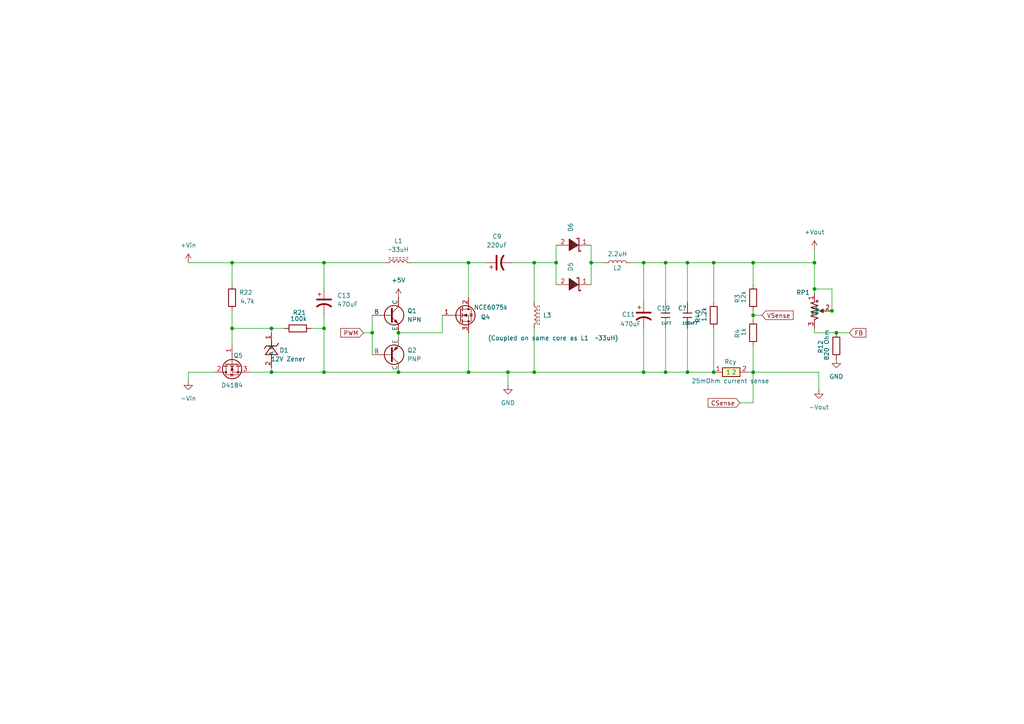
<source format=kicad_sch>
(kicad_sch (version 20250114) (generator "eeschema") (generator_version "9.0")
  (paper "A4")
  (lib_symbols
    (symbol "Device:C_Polarized_US" (pin_numbers (hide yes)) (pin_names (offset 0.254) (hide yes))
      (property "Reference" "C" (at 0.635 2.54 0))
      (property "Value" "C_Polarized_US" (at 0.635 -2.54 0))
      (symbol "C_Polarized_US_0_1"
        (polyline (pts (xy -2.032 0.762) (xy 2.032 0.762)) (stroke (width 0.508)))
        (polyline (pts (xy -1.778 2.286) (xy -0.762 2.286)))
        (polyline (pts (xy -1.27 1.778) (xy -1.27 2.794)))
        (arc (start -2.032 -1.27) (mid 0 -0.5572) (end 2.032 -1.27) (stroke (width 0.508)))
      )
      (symbol "C_Polarized_US_1_1"
        (pin passive line (at 0 3.81 270) (length 2.794) (name "~") (number "1"))
        (pin passive line (at 0 -3.81 90) (length 3.302) (name "~") (number "2"))
      )
    )
    (symbol "Device:L" (pin_numbers (hide yes)) (pin_names (offset 1.016) (hide yes))
      (property "Reference" "L" (at -1.27 0 90))
      (property "Value" "L" (at 1.905 0 90))
      (symbol "L_0_1"
        (arc (start 0 2.54) (mid 0.6323 1.905) (end 0 1.27))
        (arc (start 0 1.27) (mid 0.6323 0.635) (end 0 0))
        (arc (start 0 0) (mid 0.6323 -0.635) (end 0 -1.27))
        (arc (start 0 -1.27) (mid 0.6323 -1.905) (end 0 -2.54))
      )
      (symbol "L_1_1"
        (pin passive line (at 0 3.81 270) (length 1.27) (name "1") (number "1"))
        (pin passive line (at 0 -3.81 90) (length 1.27) (name "2") (number "2"))
      )
    )
    (symbol "Device:L_Ferrite" (pin_numbers (hide yes)) (pin_names (offset 1.016) (hide yes))
      (property "Reference" "L" (at -1.27 0 90))
      (property "Value" "L_Ferrite" (at 2.794 0 90))
      (symbol "L_Ferrite_0_1"
        (arc (start 0 2.54) (mid 0.6323 1.905) (end 0 1.27))
        (arc (start 0 1.27) (mid 0.6323 0.635) (end 0 0))
        (arc (start 0 0) (mid 0.6323 -0.635) (end 0 -1.27))
        (arc (start 0 -1.27) (mid 0.6323 -1.905) (end 0 -2.54))
        (polyline (pts (xy 1.016 2.286) (xy 1.016 2.794)))
        (polyline (pts (xy 1.016 1.27) (xy 1.016 1.778)))
        (polyline (pts (xy 1.016 0.254) (xy 1.016 0.762)))
        (polyline (pts (xy 1.016 -0.762) (xy 1.016 -0.254)))
        (polyline (pts (xy 1.016 -1.778) (xy 1.016 -1.27)))
        (polyline (pts (xy 1.016 -2.794) (xy 1.016 -2.286)))
        (polyline (pts (xy 1.524 2.794) (xy 1.524 2.286)))
        (polyline (pts (xy 1.524 1.778) (xy 1.524 1.27)))
        (polyline (pts (xy 1.524 0.762) (xy 1.524 0.254)))
        (polyline (pts (xy 1.524 -0.254) (xy 1.524 -0.762)))
        (polyline (pts (xy 1.524 -1.27) (xy 1.524 -1.778)))
        (polyline (pts (xy 1.524 -2.286) (xy 1.524 -2.794)))
      )
      (symbol "L_Ferrite_1_1"
        (pin passive line (at 0 3.81 270) (length 1.27) (name "1") (number "1"))
        (pin passive line (at 0 -3.81 90) (length 1.27) (name "2") (number "2"))
      )
    )
    (symbol "Device:R" (pin_numbers (hide yes)) (pin_names (offset 0))
      (property "Reference" "R" (at 2.032 0 90))
      (property "Value" "R" (at 0 0 90))
      (symbol "R_0_1"
        (rectangle (start -1.016 -2.54) (end 1.016 2.54) (stroke (width 0.254)))
      )
      (symbol "R_1_1"
        (pin passive line (at 0 3.81 270) (length 1.27) (name "~") (number "1"))
        (pin passive line (at 0 -3.81 90) (length 1.27) (name "~") (number "2"))
      )
    )
    (symbol "JLCImport:3266W-1-503LF" (pin_names (offset 1.016))
      (property "Reference" "R" (at 0 3.08 0))
      (property "Value" "3266W-1-503LF" (at 0 2 0))
      (symbol "3266W-1-503LF_0_1"
        (polyline (pts (xy -2.54 0) (xy -2.032 1.016)) (stroke (width 0.254)))
        (polyline (pts (xy -2.032 1.016) (xy -1.524 -1.016)) (stroke (width 0.254)))
        (polyline (pts (xy -1.524 -1.016) (xy -0.762 1.016)) (stroke (width 0.254)))
        (polyline (pts (xy -0.762 1.016) (xy -0.254 -1.016)) (stroke (width 0.254)))
        (polyline (pts (xy -0.508 2.54) (xy 0 1.524) (xy 0.508 2.54) (xy -0.508 2.54)) (stroke (width 0.254)) (fill (type outline)))
        (polyline (pts (xy -0.254 -1.016) (xy 0.254 1.016)) (stroke (width 0.254)))
        (polyline (pts (xy 0 2.54) (xy 0 1.524)) (stroke (width 0.254)))
        (polyline (pts (xy 0.254 1.016) (xy 1.016 -1.016)) (stroke (width 0.254)))
        (polyline (pts (xy 1.016 -1.016) (xy 1.524 1.016)) (stroke (width 0.254)))
        (polyline (pts (xy 1.524 1.016) (xy 2.286 -1.016)) (stroke (width 0.254)))
        (polyline (pts (xy 2.286 -1.016) (xy 2.54 0)) (stroke (width 0.254)))
        (circle (center 2.794 0.762) (radius 0.254) (stroke (width 0.254)))
        (pin unspecified line (at -5.08 0 0) (length 2.54) (name "3") (number "3"))
        (pin unspecified line (at 0 5.08 270) (length 2.54) (name "2") (number "2"))
        (pin unspecified line (at 5.08 0 180) (length 2.54) (name "1") (number "1"))
      )
    )
    (symbol "JLCImport:JER2512F3R025" (pin_names (offset 1.016))
      (property "Reference" "R1" (at 0 6.35 0))
      (property "Value" "JER2512F3R025" (at 0 3.81 0))
      (symbol "JER2512F3R025_0_1"
        (rectangle (start -2.54 1.27) (end 2.54 -1.27) (stroke (width 0.254)) (fill (type background)))
        (pin unspecified line (at -5.08 0 0) (length 2.54) (name "1") (number "1"))
        (pin unspecified line (at 5.08 0 180) (length 2.54) (name "2") (number "2"))
      )
    )
    (symbol "JLCImport:SS56_C123947" (pin_names (offset 1.016))
      (property "Reference" "D" (at 0 -2 0))
      (property "Value" "SS56_C123947" (at 0 2 0))
      (symbol "SS56_C123947_0_1"
        (polyline (pts (xy -2.032 1.524) (xy -2.032 1.778) (xy -1.524 1.778) (xy -1.524 -2.032) (xy -1.016 -2.032) (xy -1.016 -1.778)) (stroke (width 0.254)))
        (polyline (pts (xy 1.27 1.524) (xy -1.27 0) (xy 1.27 -1.778) (xy 1.27 1.524)) (stroke (width 0.254)) (fill (type outline)))
        (pin unspecified line (at -5.08 0 0) (length 3.81) (name "K") (number "1"))
        (pin unspecified line (at 5.08 0 180) (length 3.81) (name "A") (number "2"))
      )
    )
    (symbol "JLCImport:ZMM12_C707203" (pin_names (offset 1.016))
      (property "Reference" "D" (at 0 -2 0))
      (property "Value" "ZMM12_C707203" (at 0 2 0))
      (symbol "ZMM12_C707203_0_1"
        (polyline (pts (xy -2.032 2.032) (xy -1.27 1.524) (xy -1.27 -1.524) (xy -0.508 -2.032)) (stroke (width 0.254)))
        (polyline (pts (xy -1.27 0) (xy -2.54 0)) (stroke (width 0.254)))
        (polyline (pts (xy 1.27 1.778) (xy -1.27 0) (xy 1.27 -1.778) (xy 1.27 1.778)) (stroke (width 0.254)))
        (polyline (pts (xy 2.54 0) (xy 1.27 0)) (stroke (width 0.254)))
        (pin unspecified line (at -5.08 0 0) (length 2.54) (name "K") (number "1"))
        (pin unspecified line (at 5.08 0 180) (length 2.54) (name "A") (number "2"))
      )
    )
    (symbol "PCM_JLCPCB-Capacitors:0402,100nF" (pin_numbers (hide yes)) (pin_names (offset 0))
      (property "Reference" "C" (at 2.032 1.668 0))
      (property "Value" "100nF" (at 2.032 -0.3782 0))
      (property "Voltage Rated" "16V" (at 2.032 -2.0462 0))
      (symbol "0402,100nF_0_1"
        (polyline (pts (xy -1.27 0.635) (xy 1.27 0.635)) (stroke (width 0.254)))
        (polyline (pts (xy -1.27 -0.635) (xy 1.27 -0.635)) (stroke (width 0.254)))
      )
      (symbol "0402,100nF_1_1"
        (pin passive line (at 0 3.81 270) (length 3.175) (name "~") (number "1"))
        (pin passive line (at 0 -3.81 90) (length 3.175) (name "~") (number "2"))
      )
    )
    (symbol "PCM_JLCPCB-Capacitors:1206,1uF" (pin_numbers (hide yes)) (pin_names (offset 0))
      (property "Reference" "C" (at 2.032 1.668 0))
      (property "Value" "1uF" (at 2.032 -0.3782 0))
      (property "Voltage Rated" "50V" (at 2.032 -2.0462 0))
      (symbol "1206,1uF_0_1"
        (polyline (pts (xy -1.27 0.635) (xy 1.27 0.635)) (stroke (width 0.254)))
        (polyline (pts (xy -1.27 -0.635) (xy 1.27 -0.635)) (stroke (width 0.254)))
      )
      (symbol "1206,1uF_1_1"
        (pin passive line (at 0 3.81 270) (length 3.175) (name "~") (number "1"))
        (pin passive line (at 0 -3.81 90) (length 3.175) (name "~") (number "2"))
      )
    )
    (symbol "Simulation_SPICE:NPN" (pin_numbers (hide yes)) (pin_names (offset 0))
      (property "Reference" "Q" (at -2.54 7.62 0))
      (property "Value" "NPN" (at -2.54 5.08 0))
      (symbol "NPN_0_1"
        (polyline (pts (xy -2.54 0) (xy 0.635 0)) (stroke (width 0.1524)))
        (polyline (pts (xy 0.635 1.905) (xy 0.635 -1.905) (xy 0.635 -1.905)) (stroke (width 0.508)))
        (polyline (pts (xy 0.635 0.635) (xy 2.54 2.54)))
        (polyline (pts (xy 0.635 -0.635) (xy 2.54 -2.54) (xy 2.54 -2.54)))
        (circle (center 1.27 0) (radius 2.8194) (stroke (width 0.254)))
        (polyline (pts (xy 1.27 -1.778) (xy 1.778 -1.27) (xy 2.286 -2.286) (xy 1.27 -1.778) (xy 1.27 -1.778)) (fill (type outline)))
        (polyline (pts (xy 2.794 -1.27) (xy 2.794 -1.27)) (stroke (width 0.1524)))
        (polyline (pts (xy 2.794 -1.27) (xy 2.794 -1.27)) (stroke (width 0.1524)))
      )
      (symbol "NPN_1_1"
        (pin input line (at -5.08 0 0) (length 2.54) (name "B") (number "2"))
        (pin open_collector line (at 2.54 5.08 270) (length 2.54) (name "C") (number "1"))
        (pin open_emitter line (at 2.54 -5.08 90) (length 2.54) (name "E") (number "3"))
      )
    )
    (symbol "Simulation_SPICE:PNP" (pin_numbers (hide yes)) (pin_names (offset 0))
      (property "Reference" "Q" (at -2.54 7.62 0))
      (property "Value" "PNP" (at -2.54 5.08 0))
      (symbol "PNP_0_1"
        (polyline (pts (xy -2.54 0) (xy 0.635 0)) (stroke (width 0.1524)))
        (polyline (pts (xy 0.635 1.905) (xy 0.635 -1.905) (xy 0.635 -1.905)) (stroke (width 0.508)))
        (polyline (pts (xy 0.635 0.635) (xy 2.54 2.54)))
        (polyline (pts (xy 0.635 -0.635) (xy 2.54 -2.54) (xy 2.54 -2.54)))
        (circle (center 1.27 0) (radius 2.8194) (stroke (width 0.254)))
        (polyline (pts (xy 2.286 -1.778) (xy 1.778 -2.286) (xy 1.27 -1.27) (xy 2.286 -1.778) (xy 2.286 -1.778)) (fill (type outline)))
      )
      (symbol "PNP_1_1"
        (pin input line (at -5.08 0 0) (length 2.54) (name "B") (number "2"))
        (pin open_collector line (at 2.54 5.08 270) (length 2.54) (name "C") (number "1"))
        (pin open_emitter line (at 2.54 -5.08 90) (length 2.54) (name "E") (number "3"))
      )
    )
    (symbol "Transistor_FET:IRLZ44N" (pin_names (hide yes))
      (property "Reference" "Q" (at 5.08 1.905 0))
      (property "Value" "IRLZ44N" (at 5.08 0 0))
      (symbol "IRLZ44N_0_1"
        (polyline (pts (xy 0.254 1.905) (xy 0.254 -1.905)) (stroke (width 0.254)))
        (polyline (pts (xy 0.254 0) (xy -2.54 0)))
        (polyline (pts (xy 0.762 2.286) (xy 0.762 1.27)) (stroke (width 0.254)))
        (polyline (pts (xy 0.762 0.508) (xy 0.762 -0.508)) (stroke (width 0.254)))
        (polyline (pts (xy 0.762 -1.27) (xy 0.762 -2.286)) (stroke (width 0.254)))
        (polyline (pts (xy 0.762 -1.778) (xy 3.302 -1.778) (xy 3.302 1.778) (xy 0.762 1.778)))
        (polyline (pts (xy 1.016 0) (xy 2.032 0.381) (xy 2.032 -0.381) (xy 1.016 0)) (fill (type outline)))
        (circle (center 1.651 0) (radius 2.794) (stroke (width 0.254)))
        (polyline (pts (xy 2.54 2.54) (xy 2.54 1.778)))
        (circle (center 2.54 1.778) (radius 0.254) (fill (type outline)))
        (circle (center 2.54 -1.778) (radius 0.254) (fill (type outline)))
        (polyline (pts (xy 2.54 -2.54) (xy 2.54 0) (xy 0.762 0)))
        (polyline (pts (xy 2.794 0.508) (xy 2.921 0.381) (xy 3.683 0.381) (xy 3.81 0.254)))
        (polyline (pts (xy 3.302 0.381) (xy 2.921 -0.254) (xy 3.683 -0.254) (xy 3.302 0.381)))
      )
      (symbol "IRLZ44N_1_1"
        (pin input line (at -5.08 0 0) (length 2.54) (name "G") (number "1"))
        (pin passive line (at 2.54 5.08 270) (length 2.54) (name "D") (number "2"))
        (pin passive line (at 2.54 -5.08 90) (length 2.54) (name "S") (number "3"))
      )
    )
    (symbol "power:+12V" (power) (pin_numbers (hide yes)) (pin_names (offset 0) (hide yes))
      (property "Value" "+12V" (at 0 3.556 0))
      (symbol "+12V_0_1"
        (polyline (pts (xy -0.762 1.27) (xy 0 2.54)))
        (polyline (pts (xy 0 2.54) (xy 0.762 1.27)))
        (polyline (pts (xy 0 0) (xy 0 2.54)))
      )
      (symbol "+12V_1_1"
        (pin power_in line (at 0 0 90) (length 0) (name "~") (number "1"))
      )
    )
    (symbol "power:+5V" (power) (pin_numbers (hide yes)) (pin_names (offset 0) (hide yes))
      (property "Value" "+5V" (at 0 3.556 0))
      (symbol "+5V_0_1"
        (polyline (pts (xy -0.762 1.27) (xy 0 2.54)))
        (polyline (pts (xy 0 2.54) (xy 0.762 1.27)))
        (polyline (pts (xy 0 0) (xy 0 2.54)))
      )
      (symbol "+5V_1_1"
        (pin power_in line (at 0 0 90) (length 0) (name "~") (number "1"))
      )
    )
    (symbol "power:GND" (power) (pin_numbers (hide yes)) (pin_names (offset 0) (hide yes))
      (property "Value" "GND" (at 0 -3.81 0))
      (symbol "GND_0_1"
        (polyline (pts (xy 0 0) (xy 0 -1.27) (xy 1.27 -1.27) (xy 0 -2.54) (xy -1.27 -1.27) (xy 0 -1.27)))
      )
      (symbol "GND_1_1"
        (pin power_in line (at 0 0 270) (length 0) (name "~") (number "1"))
      )
    )
  )
  (junction (at 154.94 107.95))
  (junction (at 236.22 83.82))
  (junction (at 67.31 95.25))
  (junction (at 171.45 76.2))
  (junction (at 154.94 76.2))
  (junction (at 199.39 107.95))
  (junction (at 67.31 76.2))
  (junction (at 193.04 107.95))
  (junction (at 93.98 76.2))
  (junction (at 135.89 107.95))
  (junction (at 147.32 107.95))
  (junction (at 135.89 76.2))
  (junction (at 218.44 107.95))
  (junction (at 236.22 76.2))
  (junction (at 93.98 95.25))
  (junction (at 193.04 76.2))
  (junction (at 107.95 96.52))
  (junction (at 78.74 95.25))
  (junction (at 161.29 76.2))
  (junction (at 186.69 76.2))
  (junction (at 242.57 96.52))
  (junction (at 241.3 90.17))
  (junction (at 115.57 107.95))
  (junction (at 218.44 76.2))
  (junction (at 93.98 107.95))
  (junction (at 115.57 96.52))
  (junction (at 199.39 76.2))
  (junction (at 218.44 91.44))
  (junction (at 207.01 107.95))
  (junction (at 186.69 107.95))
  (junction (at 78.74 107.95))
  (junction (at 207.01 76.2))
  (wire (pts (xy 193.04 76.2) (xy 199.39 76.2)))
  (wire (pts (xy 78.74 107.95) (xy 93.98 107.95)))
  (wire (pts (xy 171.45 71.12) (xy 171.45 76.2)))
  (wire (pts (xy 218.44 76.2) (xy 236.22 76.2)))
  (wire (pts (xy 154.94 87.63) (xy 154.94 76.2)))
  (wire (pts (xy 93.98 76.2) (xy 111.76 76.2)))
  (wire (pts (xy 214.63 116.84) (xy 218.44 116.84)))
  (wire (pts (xy 154.94 107.95) (xy 186.69 107.95)))
  (wire (pts (xy 78.74 96.52) (xy 78.74 95.25)))
  (wire (pts (xy 218.44 90.17) (xy 218.44 91.44)))
  (wire (pts (xy 161.29 76.2) (xy 161.29 82.55)))
  (wire (pts (xy 78.74 106.68) (xy 78.74 107.95)))
  (wire (pts (xy 218.44 107.95) (xy 218.44 116.84)))
  (wire (pts (xy 135.89 107.95) (xy 147.32 107.95)))
  (wire (pts (xy 147.32 111.76) (xy 147.32 107.95)))
  (wire (pts (xy 78.74 95.25) (xy 82.55 95.25)))
  (wire (pts (xy 67.31 76.2) (xy 93.98 76.2)))
  (wire (pts (xy 236.22 90.17) (xy 241.3 90.17)))
  (wire (pts (xy 241.3 83.82) (xy 236.22 83.82)))
  (wire (pts (xy 135.89 76.2) (xy 135.89 86.36)))
  (wire (pts (xy 241.3 83.82) (xy 241.3 90.17)))
  (wire (pts (xy 207.01 87.63) (xy 207.01 76.2)))
  (wire (pts (xy 54.61 76.2) (xy 67.31 76.2)))
  (wire (pts (xy 186.69 95.25) (xy 186.69 107.95)))
  (wire (pts (xy 93.98 95.25) (xy 93.98 107.95)))
  (wire (pts (xy 148.59 76.2) (xy 154.94 76.2)))
  (wire (pts (xy 119.38 76.2) (xy 135.89 76.2)))
  (wire (pts (xy 67.31 95.25) (xy 67.31 100.33)))
  (wire (pts (xy 115.57 96.52) (xy 128.27 96.52)))
  (wire (pts (xy 199.39 76.2) (xy 207.01 76.2)))
  (wire (pts (xy 236.22 96.52) (xy 242.57 96.52)))
  (wire (pts (xy 128.27 96.52) (xy 128.27 91.44)))
  (wire (pts (xy 218.44 107.95) (xy 237.49 107.95)))
  (wire (pts (xy 107.95 96.52) (xy 107.95 102.87)))
  (wire (pts (xy 218.44 82.55) (xy 218.44 76.2)))
  (wire (pts (xy 193.04 95.25) (xy 193.04 107.95)))
  (wire (pts (xy 54.61 107.95) (xy 54.61 110.49)))
  (wire (pts (xy 207.01 76.2) (xy 218.44 76.2)))
  (wire (pts (xy 90.17 95.25) (xy 93.98 95.25)))
  (wire (pts (xy 193.04 107.95) (xy 199.39 107.95)))
  (wire (pts (xy 193.04 87.63) (xy 193.04 76.2)))
  (wire (pts (xy 115.57 96.52) (xy 115.57 97.79)))
  (wire (pts (xy 154.94 95.25) (xy 154.94 107.95)))
  (wire (pts (xy 135.89 96.52) (xy 135.89 107.95)))
  (wire (pts (xy 236.22 76.2) (xy 236.22 72.39)))
  (wire (pts (xy 182.88 76.2) (xy 186.69 76.2)))
  (wire (pts (xy 54.61 107.95) (xy 62.23 107.95)))
  (wire (pts (xy 107.95 91.44) (xy 107.95 96.52)))
  (wire (pts (xy 115.57 107.95) (xy 135.89 107.95)))
  (wire (pts (xy 199.39 95.25) (xy 199.39 107.95)))
  (wire (pts (xy 171.45 76.2) (xy 171.45 82.55)))
  (wire (pts (xy 186.69 107.95) (xy 193.04 107.95)))
  (wire (pts (xy 236.22 95.25) (xy 236.22 96.52)))
  (wire (pts (xy 218.44 100.33) (xy 218.44 107.95)))
  (wire (pts (xy 140.97 76.2) (xy 135.89 76.2)))
  (wire (pts (xy 105.41 96.52) (xy 107.95 96.52)))
  (wire (pts (xy 199.39 107.95) (xy 207.01 107.95)))
  (wire (pts (xy 207.01 95.25) (xy 207.01 107.95)))
  (wire (pts (xy 186.69 76.2) (xy 193.04 76.2)))
  (wire (pts (xy 218.44 91.44) (xy 218.44 92.71)))
  (wire (pts (xy 93.98 107.95) (xy 115.57 107.95)))
  (wire (pts (xy 147.32 107.95) (xy 154.94 107.95)))
  (wire (pts (xy 154.94 76.2) (xy 161.29 76.2)))
  (wire (pts (xy 175.26 76.2) (xy 171.45 76.2)))
  (wire (pts (xy 199.39 87.63) (xy 199.39 76.2)))
  (wire (pts (xy 217.17 107.95) (xy 218.44 107.95)))
  (wire (pts (xy 67.31 82.55) (xy 67.31 76.2)))
  (wire (pts (xy 186.69 87.63) (xy 186.69 76.2)))
  (wire (pts (xy 93.98 83.82) (xy 93.98 76.2)))
  (wire (pts (xy 67.31 90.17) (xy 67.31 95.25)))
  (wire (pts (xy 72.39 107.95) (xy 78.74 107.95)))
  (wire (pts (xy 242.57 96.52) (xy 246.38 96.52)))
  (wire (pts (xy 236.22 83.82) (xy 236.22 85.09)))
  (wire (pts (xy 67.31 95.25) (xy 78.74 95.25)))
  (wire (pts (xy 161.29 71.12) (xy 161.29 76.2)))
  (wire (pts (xy 237.49 107.95) (xy 237.49 113.03)))
  (wire (pts (xy 93.98 91.44) (xy 93.98 95.25)))
  (wire (pts (xy 220.98 91.44) (xy 218.44 91.44)))
  (wire (pts (xy 236.22 76.2) (xy 236.22 83.82)))
  (wire (pts (xy 115.57 95.25) (xy 115.57 96.52)))
  (global_label "CSense" (shape input) (at 214.63 116.84 180) (property "Intersheetrefs" "${INTERSHEET_REFS}" (effects (hide yes))))
  (global_label "FB" (shape input) (at 246.38 96.52 0) (property "Intersheetrefs" "${INTERSHEET_REFS}" (effects (hide yes))))
  (global_label "VSense" (shape input) (at 220.98 91.44 0) (property "Intersheetrefs" "${INTERSHEET_REFS}" (effects (hide yes))))
  (global_label "PWM" (shape input) (at 105.41 96.52 180) (property "Intersheetrefs" "${INTERSHEET_REFS}" (effects (hide yes))))
  (symbol (lib_id "power:GND") (at 237.49 113.03 0) (unit 1)
    (property "Reference" "#PWR04" (effects (hide yes)))
    (property "Value" "-Vout" (at 237.49 118.11 0))
    (property "Description" "Power symbol creates a global label with name \"GND\" , ground" (effects (hide yes)))
  )
  (symbol (lib_id "PCM_JLCPCB-Capacitors:0402,100nF") (at 199.39 91.44 0) (unit 1)
    (property "Reference" "C?" (at 196.596 89.408 0) (effects (justify left)))
    (property "Value" "100nF?" (at 197.866 93.726 0) (effects (font (size 0.8 0.8)) (justify left)))
    (property "Footprint" "PCM_JLCPCB:C_0402" (effects (hide yes)))
    (property "Datasheet" "https://www.lcsc.com/datasheet/lcsc_datasheet_2304140030_Samsung-Electro-Mechanics-CL05B104KO5NNNC_C1525.pdf" (effects (hide yes)))
    (property "Description" "16V 100nF X7R ±10% 0402 Multilayer Ceramic Capacitors MLCC - SMD/SMT ROHS" (effects (hide yes)))
    (property "LCSC" "C1525" (effects (hide yes)))
    (property "Stock" "20208285" (effects (hide yes)))
    (property "Price" "0.004USD" (effects (hide yes)))
    (property "Process" "SMT" (effects (hide yes)))
    (property "Minimum Qty" "20" (effects (hide yes)))
    (property "Attrition Qty" "10" (effects (hide yes)))
    (property "Class" "Basic Component" (effects (hide yes)))
    (property "Category" "Capacitors,Multilayer Ceramic Capacitors MLCC - SMD/SMT" (effects (hide yes)))
    (property "Manufacturer" "Samsung Electro-Mechanics" (effects (hide yes)))
    (property "Part" "CL05B104KO5NNNC" (effects (hide yes)))
    (property "Voltage Rated" "16V" (effects (hide yes)))
    (property "Tolerance" "±10%" (effects (hide yes)))
    (property "Capacitance" "100nF" (effects (hide yes)))
    (property "Temperature Coefficient" "X7R" (effects (hide yes)))
  )
  (symbol (lib_id "Device:R") (at 207.01 91.44 180) (unit 1)
    (property "Reference" "R40" (at 202.438 91.694 90))
    (property "Value" "1.2k" (at 204.216 91.186 90))
    (property "Description" "Resistor" (effects (hide yes)))
  )
  (symbol (lib_id "Simulation_SPICE:PNP") (at 113.03 102.87 0) (mirror x) (unit 1)
    (property "Reference" "Q2" (at 118.11 101.5999 0) (effects (justify left)))
    (property "Value" "PNP" (at 118.11 104.1399 0) (effects (justify left)))
    (property "Datasheet" "https://ngspice.sourceforge.io/docs/ngspice-html-manual/manual.xhtml#cha_BJTs" (effects (hide yes)))
    (property "Description" "Bipolar transistor symbol for simulation only, substrate tied to the emitter" (effects (hide yes)))
    (property "Sim.Device" "PNP" (effects (hide yes)))
    (property "Sim.Type" "GUMMELPOON" (effects (hide yes)))
    (property "Sim.Pins" "1=C 2=B 3=E" (effects (hide yes)))
  )
  (symbol (lib_id "JLCImport:3266W-1-503LF") (at 236.22 90.17 270) (mirror x) (unit 1)
    (property "Reference" "RP1" (at 232.918 84.836 90))
    (property "Value" "3266W-1-503LF" (effects (hide yes)))
    (property "Footprint" "JLCImport:3266W-1-503LF" (effects (hide yes)))
    (property "Datasheet" "https://item.szlcsc.com/136263.html" (effects (hide yes)))
    (property "LCSC" "C780226" (effects (hide yes)))
    (property "Manufacturer" "BOURNS" (effects (hide yes)))
    (property "Manufacturer Part" "3266W-1-503LF" (effects (hide yes)))
  )
  (symbol (lib_id "power:GND") (at 242.57 104.14 0) (unit 1)
    (property "Reference" "#PWR07" (effects (hide yes)))
    (property "Value" "GND" (at 242.57 109.22 0))
    (property "Description" "Power symbol creates a global label with name \"GND\" , ground" (effects (hide yes)))
  )
  (symbol (lib_id "Simulation_SPICE:NPN") (at 113.03 91.44 0) (unit 1)
    (property "Reference" "Q1" (at 118.11 90.1699 0) (effects (justify left)))
    (property "Value" "NPN" (at 118.11 92.7099 0) (effects (justify left)))
    (property "Datasheet" "https://ngspice.sourceforge.io/docs/ngspice-html-manual/manual.xhtml#cha_BJTs" (effects (hide yes)))
    (property "Description" "Bipolar transistor symbol for simulation only, substrate tied to the emitter" (effects (hide yes)))
    (property "Sim.Device" "NPN" (effects (hide yes)))
    (property "Sim.Type" "GUMMELPOON" (effects (hide yes)))
    (property "Sim.Pins" "1=C 2=B 3=E" (effects (hide yes)))
  )
  (symbol (lib_id "power:+12V") (at 236.22 72.39 0) (unit 1)
    (property "Reference" "#PWR03" (effects (hide yes)))
    (property "Value" "+Vout" (at 236.22 67.31 0))
    (property "Description" "Power symbol creates a global label with name \"+12V\"" (effects (hide yes)))
  )
  (symbol (lib_id "Device:L_Ferrite") (at 154.94 91.44 0) (unit 1)
    (property "Reference" "L3" (at 157.48 91.4399 0) (effects (justify left)))
    (property "Value" "(Coupled on same core as L1  ~33uH)" (at 141.478 98.044 0) (effects (justify left)))
    (property "Description" "Inductor with ferrite core" (effects (hide yes)))
  )
  (symbol (lib_id "power:+12V") (at 54.61 76.2 0) (unit 1)
    (property "Reference" "#PWR02" (effects (hide yes)))
    (property "Value" "+Vin" (at 54.61 71.12 0))
    (property "Description" "Power symbol creates a global label with name \"+12V\"" (effects (hide yes)))
  )
  (symbol (lib_id "JLCImport:JER2512F3R025") (at 212.09 107.95 0) (unit 1)
    (property "Reference" "Rcy" (at 211.836 104.902 0))
    (property "Value" "25mOhm current sense" (at 211.836 110.49 0))
    (property "Footprint" "JLCImport:JER2512F3R025" (effects (hide yes)))
    (property "Datasheet" "https://item.szlcsc.com/347967.html" (effects (hide yes)))
    (property "LCSC" "C46634463" (effects (hide yes)))
    (property "Manufacturer" "JIERR(捷而瑞)" (effects (hide yes)))
    (property "Manufacturer Part" "JER2512F3R025" (effects (hide yes)))
  )
  (symbol (lib_id "Device:C_Polarized_US") (at 186.69 91.44 0) (unit 1)
    (property "Reference" "C11" (at 180.34 91.186 0) (effects (justify left)))
    (property "Value" "470uF" (at 179.832 93.98 0) (effects (justify left)))
    (property "Description" "Polarized capacitor, US symbol" (effects (hide yes)))
  )
  (symbol (lib_id "Device:R") (at 218.44 96.52 180) (unit 1)
    (property "Reference" "R4" (at 213.868 96.774 90))
    (property "Value" "1k" (at 215.646 96.266 90))
    (property "Description" "Resistor" (effects (hide yes)))
  )
  (symbol (lib_id "Device:R") (at 67.31 86.36 0) (unit 1)
    (property "Reference" "R22" (at 69.342 84.836 0) (effects (justify left)))
    (property "Value" "4.7k" (at 69.596 87.376 0) (effects (justify left)))
    (property "Description" "Resistor" (effects (hide yes)))
  )
  (symbol (lib_id "JLCImport:SS56_C123947") (at 166.37 71.12 180) (unit 1)
    (property "Reference" "D6" (at 165.4809 67.31 90) (effects (justify right)))
    (property "Value" "SS56_C123947" (effects (hide yes)))
    (property "Footprint" "JLCImport:SS56_C123947" (effects (hide yes)))
    (property "Datasheet" "https://so.szlcsc.com/global.html?c=&k=C50840" (effects (hide yes)))
    (property "LCSC" "C123947" (effects (hide yes)))
    (property "Manufacturer" "晶导微电子" (effects (hide yes)))
    (property "Manufacturer Part" "SS56" (effects (hide yes)))
  )
  (symbol (lib_id "JLCImport:ZMM12_C707203") (at 78.74 101.6 270) (unit 1)
    (property "Reference" "D1" (at 81.026 101.6 90) (effects (justify left)))
    (property "Value" "12V Zener" (at 83.566 104.14 90))
    (property "Footprint" "JLCImport:ZMM12_C707203" (effects (hide yes)))
    (property "Datasheet" "https://item.szlcsc.com/85230.html" (effects (hide yes)))
    (property "LCSC" "C707203" (effects (hide yes)))
    (property "Manufacturer" "Slkor(萨科微)" (effects (hide yes)))
    (property "Manufacturer Part" "ZMM12" (effects (hide yes)))
  )
  (symbol (lib_id "Device:L_Ferrite") (at 115.57 76.2 90) (unit 1)
    (property "Reference" "L1" (at 115.57 69.85 90))
    (property "Value" "~33uH" (at 115.57 72.39 90))
    (property "Description" "Inductor with ferrite core" (effects (hide yes)))
  )
  (symbol (lib_id "power:GND") (at 54.61 110.49 0) (unit 1)
    (property "Reference" "#PWR01" (effects (hide yes)))
    (property "Value" "-Vin" (at 54.61 115.57 0))
    (property "Description" "Power symbol creates a global label with name \"GND\" , ground" (effects (hide yes)))
  )
  (symbol (lib_id "Device:R") (at 218.44 86.36 180) (unit 1)
    (property "Reference" "R3" (at 213.868 86.614 90))
    (property "Value" "12k" (at 215.646 86.106 90))
    (property "Description" "Resistor" (effects (hide yes)))
  )
  (symbol (lib_id "power:+5V") (at 115.57 86.36 0) (unit 1)
    (property "Reference" "#PWR05" (effects (hide yes)))
    (property "Value" "+5V" (at 115.57 81.28 0))
    (property "Description" "Power symbol creates a global label with name \"+5V\"" (effects (hide yes)))
  )
  (symbol (lib_id "Device:R") (at 86.36 95.25 90) (unit 1)
    (property "Reference" "R21" (at 86.868 90.678 90))
    (property "Value" "100k" (at 86.614 92.456 90))
    (property "Description" "Resistor" (effects (hide yes)))
  )
  (symbol (lib_id "Transistor_FET:IRLZ44N") (at 67.31 105.41 90) (mirror x) (unit 1)
    (property "Reference" "Q5" (at 69.088 103.124 90))
    (property "Value" "D4184" (at 67.31 111.76 90))
    (property "Footprint" "Package_TO_SOT_SMD:TO-252-2" (effects (hide yes)))
    (property "Datasheet" "https://www.lcsc.com/datasheet/C41430588.pdf" (effects (hide yes)))
    (property "Description" "N-Channel 40V 60A 47W Surface Mount TO-252" (effects (hide yes)))
  )
  (symbol (lib_id "power:GND") (at 147.32 111.76 0) (unit 1)
    (property "Reference" "#PWR06" (effects (hide yes)))
    (property "Value" "GND" (at 147.32 116.84 0))
    (property "Description" "Power symbol creates a global label with name \"GND\" , ground" (effects (hide yes)))
  )
  (symbol (lib_id "JLCImport:SS56_C123947") (at 166.37 82.55 180) (unit 1)
    (property "Reference" "D5" (at 165.4809 78.74 90) (effects (justify right)))
    (property "Value" "SS56_C123947" (effects (hide yes)))
    (property "Footprint" "JLCImport:SS56_C123947" (effects (hide yes)))
    (property "Datasheet" "https://www.lcsc.com/datasheet/C123947.pdf" (effects (hide yes)))
    (property "LCSC" "C123947" (effects (hide yes)))
    (property "Manufacturer" "晶导微电子" (effects (hide yes)))
    (property "Manufacturer Part" "SS56" (effects (hide yes)))
  )
  (symbol (lib_id "Device:C_Polarized_US") (at 144.78 76.2 90) (unit 1)
    (property "Reference" "C9" (at 144.145 68.58 90))
    (property "Value" "220uF" (at 144.145 71.12 90))
    (property "Description" "Polarized capacitor, US symbol" (effects (hide yes)))
  )
  (symbol (lib_id "Device:C_Polarized_US") (at 93.98 87.63 0) (unit 1)
    (property "Reference" "C13" (at 97.79 85.7249 0) (effects (justify left)))
    (property "Value" "470uF" (at 97.79 88.2649 0) (effects (justify left)))
    (property "Description" "Polarized capacitor, US symbol" (effects (hide yes)))
  )
  (symbol (lib_id "Device:R") (at 242.57 100.33 180) (unit 1)
    (property "Reference" "R12" (at 237.998 100.584 90))
    (property "Value" "820 Ohm" (at 239.776 100.076 90))
    (property "Description" "Resistor" (effects (hide yes)))
  )
  (symbol (lib_id "Transistor_FET:IRLZ44N") (at 133.35 91.44 0) (unit 1)
    (property "Reference" "Q4" (at 139.446 91.948 0) (effects (justify left)))
    (property "Value" "NCE6075k" (at 137.414 89.154 0) (effects (justify left)))
    (property "Footprint" "Package_TO_SOT_SMD:TO-252-2" (effects (hide yes)))
    (property "Datasheet" "https://www.lcsc.com/datasheet/C110912.pdf" (effects (hide yes)))
    (property "Description" "N-Channel 60V 75A 110W Surface Mount TO-252-2L" (effects (hide yes)))
  )
  (symbol (lib_id "Device:L") (at 179.07 76.2 90) (unit 1)
    (property "Reference" "L2" (at 179.07 77.724 90))
    (property "Value" "2.2uH" (at 179.07 73.66 90))
    (property "Description" "Inductor" (effects (hide yes)))
  )
  (symbol (lib_id "PCM_JLCPCB-Capacitors:1206,1uF") (at 193.04 91.44 0) (unit 1)
    (property "Reference" "C19" (at 190.5 89.408 0) (effects (justify left)))
    (property "Value" "1uF?" (at 191.77 93.726 0) (effects (font (size 0.8 0.8)) (justify left)))
    (property "Footprint" "PCM_JLCPCB:C_1206" (effects (hide yes)))
    (property "Datasheet" "https://www.lcsc.com/datasheet/lcsc_datasheet_2304140030_Samsung-Electro-Mechanics-CL31B105KBHNNNE_C1848.pdf" (effects (hide yes)))
    (property "Description" "50V 1uF X7R ±10% 1206 Multilayer Ceramic Capacitors MLCC - SMD/SMT ROHS" (effects (hide yes)))
    (property "LCSC" "C1848" (effects (hide yes)))
    (property "Stock" "508960" (effects (hide yes)))
    (property "Price" "0.022USD" (effects (hide yes)))
    (property "Process" "SMT" (effects (hide yes)))
    (property "Minimum Qty" "15" (effects (hide yes)))
    (property "Attrition Qty" "4" (effects (hide yes)))
    (property "Class" "Basic Component" (effects (hide yes)))
    (property "Category" "Capacitors,Multilayer Ceramic Capacitors MLCC - SMD/SMT" (effects (hide yes)))
    (property "Manufacturer" "Samsung Electro-Mechanics" (effects (hide yes)))
    (property "Part" "CL31B105KBHNNNE" (effects (hide yes)))
    (property "Voltage Rated" "50V" (effects (hide yes)))
    (property "Tolerance" "±10%" (effects (hide yes)))
    (property "Capacitance" "1uF" (effects (hide yes)))
    (property "Temperature Coefficient" "X7R" (effects (hide yes)))
  )
)
</source>
